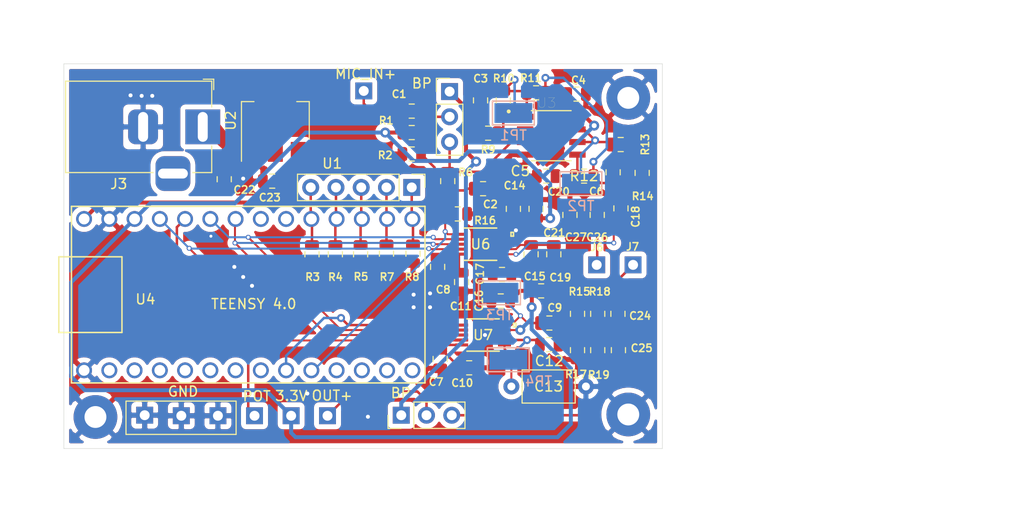
<source format=kicad_pcb>
(kicad_pcb (version 20171130) (host pcbnew "(5.1.6)-1")
  (layers (0 F.Cu signal) (31 B.Cu signal) (34 B.Paste user hide) (35 F.Paste user hide) (36 B.SilkS user) (37 F.SilkS user) (38 B.Mask user hide) (39 F.Mask user hide) (44 Edge.Cuts user))
  (net 0 "")
  (net 1 "Net-(C1-Pad1)")
  (net 2 "Net-(C1-Pad2)")
  (net 3 "Net-(C2-Pad1)")
  (net 4 GND)
  (net 5 "Net-(C3-Pad1)")
  (net 6 3.3V)
  (net 7 "Net-(C5-Pad1)")
  (net 8 "Net-(C6-Pad2)")
  (net 9 /FILT_OUT)
  (net 10 "Net-(C10-Pad1)")
  (net 11 "Net-(C11-Pad1)")
  (net 12 "Net-(C12-Pad1)")
  (net 13 "Net-(C12-Pad2)")
  (net 14 "Net-(C13-Pad1)")
  (net 15 "Net-(C15-Pad2)")
  (net 16 "Net-(C17-Pad1)")
  (net 17 ADC_IN)
  (net 18 /AMP_IN)
  (net 19 BYPASS)
  (net 20 "Net-(J11-Pad1)")
  (net 21 "Net-(J9-Pad1)")
  (net 22 "Net-(R3-Pad1)")
  (net 23 "Net-(R4-Pad1)")
  (net 24 "Net-(R5-Pad1)")
  (net 25 "Net-(R7-Pad1)")
  (net 26 "Net-(R8-Pad1)")
  (net 27 "Net-(R10-Pad2)")
  (net 28 /FILT_IN)
  (net 29 SDOUT)
  (net 30 5V)
  (net 31 LRCK)
  (net 32 SCLK)
  (net 33 MCLK)
  (net 34 SDIN)
  (net 35 /+9V)
  (net 36 "Net-(C9-Pad1)")
  (net 37 "Net-(C9-Pad2)")
  (net 38 "Net-(C24-Pad1)")
  (net 39 "Net-(C25-Pad1)")
  (net 40 "Net-(C26-Pad1)")
  (net 41 "Net-(C26-Pad2)")
  (module Custom_Connectors:PinHeader_2.54mm_1x01_P2.54mm (layer F.Cu) (at 117.094 102.108 90)
    (fp_text reference J12 hide)
    (fp_text value Conn_01x01)
    (pad 1 thru_hole rect (at 0 0 90) (size 1.7 1.7) (drill 1) (layers *.Cu *.Mask) (net 4 GND))
  )
  (module Custom_Connectors:PinHeader_2.54mm_1x01_P2.54mm (layer F.Cu) (at 128.1176 102.108)
    (fp_text reference J11 hide)
    (fp_text value Conn_01x01)
    (pad 1 thru_hole rect (at 0 0) (size 1.7 1.7) (drill 1) (layers *.Cu *.Mask) (net 20 "Net-(J11-Pad1)"))
  )
  (module Custom_Connectors:PinHeader_2.54mm_1x01_P2.54mm (layer F.Cu) (at 109.728 102.052999 90)
    (fp_text reference J10 hide)
    (fp_text value Conn_01x01)
    (pad 1 thru_hole rect (at 0 0 90) (size 1.7 1.7) (drill 1) (layers *.Cu *.Mask) (net 4 GND))
  )
  (module Custom_Connectors:PinHeader_2.54mm_1x01_P2.54mm (layer F.Cu) (at 120.777 102.108)
    (fp_text reference J9 hide)
    (fp_text value Conn_01x01)
    (pad 1 thru_hole rect (at 0 0) (size 1.7 1.7) (drill 1) (layers *.Cu *.Mask) (net 21 "Net-(J9-Pad1)"))
  )
  (module Custom_Connectors:PinHeader_2.54mm_1x01_P2.54mm (layer F.Cu) (at 124.46 102.108)
    (fp_text reference J8 hide)
    (fp_text value Conn_01x01)
    (pad 1 thru_hole rect (at 0 0) (size 1.7 1.7) (drill 1) (layers *.Cu *.Mask) (net 6 3.3V))
  )
  (module Custom_Connectors:PinHeader_2.54mm_1x01_P2.54mm (layer F.Cu) (at 158.8516 86.9188)
    (fp_text reference J7 (at -0.0508 -1.8288) (layer F.SilkS) (effects (font (size 0.75 0.75))))
    (fp_text value Conn_01x01)
    (pad 1 thru_hole rect (at 0 0) (size 1.7 1.7) (drill 1) (layers *.Cu *.Mask) (net 38 "Net-(C24-Pad1)"))
  )
  (module Custom_Connectors:PinHeader_2.54mm_1x01_P2.54mm (layer F.Cu) (at 155.194 86.9188)
    (fp_text reference J6 (at 0.0254 -1.778) (layer F.SilkS) (effects (font (size 0.75 0.75))))
    (fp_text value Conn_01x01)
    (pad 1 thru_hole rect (at 0 0) (size 1.7 1.7) (drill 1) (layers *.Cu *.Mask) (net 40 "Net-(C26-Pad1)"))
  )
  (module Capacitor_THT:C_Axial_L5.1mm_D3.1mm_P7.50mm_Horizontal (layer F.Cu) (at 146.6088 99.1616)
    (fp_text reference C13 (at 3.75 0) (layer F.SilkS))
    (fp_text value 10u)
    (pad 2 thru_hole oval (at 7.5 0) (size 1.6 1.6) (drill 0.8) (layers *.Cu *.Mask) (net 4 GND))
    (pad 1 thru_hole circle (at 0 0) (size 1.6 1.6) (drill 0.8) (layers *.Cu *.Mask) (net 14 "Net-(C13-Pad1)"))
  )
  (module Capacitor_SMD:C_0805_2012Metric (layer F.Cu) (at 136.5885 71.4375 180)
    (fp_text reference C1 (at 1.27 1.7145) (layer F.SilkS) (effects (font (size 0.75 0.75))))
    (fp_text value 22n)
    (pad 1 smd roundrect (at -0.9375 0 180) (size 0.975 1.4) (layers F.Cu F.Paste F.Mask) (net 1 "Net-(C1-Pad1)"))
    (pad 2 smd roundrect (at 0.9375 0 180) (size 0.975 1.4) (layers F.Cu F.Paste F.Mask) (net 2 "Net-(C1-Pad2)"))
  )
  (module Capacitor_SMD:C_0805_2012Metric (layer F.Cu) (at 143.764 79.248)
    (fp_text reference C2 (at 0.7366 1.5748) (layer F.SilkS) (effects (font (size 0.75 0.75))))
    (fp_text value 4.7n)
    (pad 1 smd roundrect (at -0.9375 0) (size 0.975 1.4) (layers F.Cu F.Paste F.Mask) (net 3 "Net-(C2-Pad1)"))
    (pad 2 smd roundrect (at 0.9375 0) (size 0.975 1.4) (layers F.Cu F.Paste F.Mask) (net 4 GND))
  )
  (module Capacitor_SMD:C_0805_2012Metric (layer F.Cu) (at 143.51 70.358 90)
    (fp_text reference C3 (at 2.1971 0.0127 180) (layer F.SilkS) (effects (font (size 0.75 0.75))))
    (fp_text value 4.7u)
    (pad 2 smd roundrect (at 0.9375 0 90) (size 0.975 1.4) (layers F.Cu F.Paste F.Mask) (net 4 GND))
    (pad 1 smd roundrect (at -0.9375 0 90) (size 0.975 1.4) (layers F.Cu F.Paste F.Mask) (net 5 "Net-(C3-Pad1)"))
  )
  (module Capacitor_SMD:C_0805_2012Metric (layer F.Cu) (at 153.162 69.723 180)
    (fp_text reference C4 (at -0.2032 1.397) (layer F.SilkS) (effects (font (size 0.75 0.75))))
    (fp_text value 0.1u)
    (pad 1 smd roundrect (at -0.9375 0 180) (size 0.975 1.4) (layers F.Cu F.Paste F.Mask) (net 4 GND))
    (pad 2 smd roundrect (at 0.9375 0 180) (size 0.975 1.4) (layers F.Cu F.Paste F.Mask) (net 6 3.3V))
  )
  (module Capacitor_SMD:C_0805_2012Metric (layer F.Cu) (at 150.114 77.978 180)
    (fp_text reference C5 (at 2.6035 0.508) (layer F.SilkS))
    (fp_text value 680p)
    (pad 1 smd roundrect (at -0.9375 0 180) (size 0.975 1.4) (layers F.Cu F.Paste F.Mask) (net 7 "Net-(C5-Pad1)"))
    (pad 2 smd roundrect (at 0.9375 0 180) (size 0.975 1.4) (layers F.Cu F.Paste F.Mask) (net 4 GND))
  )
  (module Capacitor_SMD:C_0805_2012Metric (layer F.Cu) (at 156.845 77.597 270)
    (fp_text reference C6 (at 1.9304 1.6764 180) (layer F.SilkS) (effects (font (size 0.75 0.75))))
    (fp_text value 1.5n)
    (pad 2 smd roundrect (at 0.9375 0 270) (size 0.975 1.4) (layers F.Cu F.Paste F.Mask) (net 8 "Net-(C6-Pad2)"))
    (pad 1 smd roundrect (at -0.9375 0 270) (size 0.975 1.4) (layers F.Cu F.Paste F.Mask) (net 9 /FILT_OUT))
  )
  (module Capacitor_SMD:C_0805_2012Metric (layer F.Cu) (at 139.446 96.393 270)
    (fp_text reference C7 (at 2.3114 0.4064 180) (layer F.SilkS) (effects (font (size 0.75 0.75))))
    (fp_text value 3.3u)
    (pad 2 smd roundrect (at 0.9375 0 270) (size 0.975 1.4) (layers F.Cu F.Paste F.Mask) (net 4 GND))
    (pad 1 smd roundrect (at -0.9375 0 270) (size 0.975 1.4) (layers F.Cu F.Paste F.Mask) (net 10 "Net-(C10-Pad1)"))
  )
  (module Capacitor_SMD:C_0805_2012Metric (layer F.Cu) (at 139.192 87.122 270)
    (fp_text reference C8 (at 2.286 -0.5588 180) (layer F.SilkS) (effects (font (size 0.75 0.75))))
    (fp_text value 1u)
    (pad 2 smd roundrect (at 0.9375 0 270) (size 0.975 1.4) (layers F.Cu F.Paste F.Mask) (net 4 GND))
    (pad 1 smd roundrect (at -0.9375 0 270) (size 0.975 1.4) (layers F.Cu F.Paste F.Mask) (net 11 "Net-(C11-Pad1)"))
  )
  (module Capacitor_SMD:C_0805_2012Metric (layer F.Cu) (at 142.367 97.282)
    (fp_text reference C10 (at -0.6985 1.524) (layer F.SilkS) (effects (font (size 0.75 0.75))))
    (fp_text value 0.1u)
    (pad 1 smd roundrect (at -0.9375 0) (size 0.975 1.4) (layers F.Cu F.Paste F.Mask) (net 10 "Net-(C10-Pad1)"))
    (pad 2 smd roundrect (at 0.9375 0) (size 0.975 1.4) (layers F.Cu F.Paste F.Mask) (net 4 GND))
  )
  (module Capacitor_SMD:C_0805_2012Metric (layer F.Cu) (at 141.605 88.646 270)
    (fp_text reference C11 (at 2.4384 0.0762 180) (layer F.SilkS) (effects (font (size 0.75 0.75))))
    (fp_text value 0.1u)
    (pad 2 smd roundrect (at 0.9375 0 270) (size 0.975 1.4) (layers F.Cu F.Paste F.Mask) (net 4 GND))
    (pad 1 smd roundrect (at -0.9375 0 270) (size 0.975 1.4) (layers F.Cu F.Paste F.Mask) (net 11 "Net-(C11-Pad1)"))
  )
  (module Capacitor_SMD:C_0805_2012Metric (layer F.Cu) (at 146.812 81.28 90)
    (fp_text reference C14 (at 2.3495 0.127 180) (layer F.SilkS) (effects (font (size 0.75 0.75))))
    (fp_text value 0.1u)
    (pad 2 smd roundrect (at 0.9375 0 90) (size 0.975 1.4) (layers F.Cu F.Paste F.Mask) (net 4 GND))
    (pad 1 smd roundrect (at -0.9375 0 90) (size 0.975 1.4) (layers F.Cu F.Paste F.Mask) (net 6 3.3V))
  )
  (module Capacitor_SMD:C_0805_2012Metric (layer F.Cu) (at 148.59 85.852 90)
    (fp_text reference C15 (at -2.2225 0.381 180) (layer F.SilkS) (effects (font (size 0.75 0.75))))
    (fp_text value 0.1u)
    (pad 1 smd roundrect (at -0.9375 0 90) (size 0.975 1.4) (layers F.Cu F.Paste F.Mask) (net 4 GND))
    (pad 2 smd roundrect (at 0.9375 0 90) (size 0.975 1.4) (layers F.Cu F.Paste F.Mask) (net 15 "Net-(C15-Pad2)"))
  )
  (module Capacitor_SMD:C_0805_2012Metric (layer F.Cu) (at 145.542 90.551 180)
    (fp_text reference C16 (at 2.1844 0.0254 90) (layer F.SilkS) (effects (font (size 0.75 0.75))))
    (fp_text value 0.1u)
    (pad 1 smd roundrect (at -0.9375 0 180) (size 0.975 1.4) (layers F.Cu F.Paste F.Mask) (net 6 3.3V))
    (pad 2 smd roundrect (at 0.9375 0 180) (size 0.975 1.4) (layers F.Cu F.Paste F.Mask) (net 4 GND))
  )
  (module Capacitor_SMD:C_0805_2012Metric (layer F.Cu) (at 145.669 87.884)
    (fp_text reference C17 (at -2.2098 -0.0508 90) (layer F.SilkS) (effects (font (size 0.75 0.75))))
    (fp_text value 180p)
    (pad 1 smd roundrect (at -0.9375 0) (size 0.975 1.4) (layers F.Cu F.Paste F.Mask) (net 16 "Net-(C17-Pad1)"))
    (pad 2 smd roundrect (at 0.9375 0) (size 0.975 1.4) (layers F.Cu F.Paste F.Mask) (net 4 GND))
  )
  (module Capacitor_SMD:C_0805_2012Metric (layer F.Cu) (at 157.6324 81.2292 270)
    (fp_text reference C18 (at 0.8382 -1.4732 90) (layer F.SilkS) (effects (font (size 0.75 0.75))))
    (fp_text value 1u)
    (pad 2 smd roundrect (at 0.9375 0 270) (size 0.975 1.4) (layers F.Cu F.Paste F.Mask) (net 16 "Net-(C17-Pad1)"))
    (pad 1 smd roundrect (at -0.9375 0 270) (size 0.975 1.4) (layers F.Cu F.Paste F.Mask) (net 17 ADC_IN))
  )
  (module Capacitor_SMD:C_0805_2012Metric (layer F.Cu) (at 149.606 89.535)
    (fp_text reference C19 (at 1.9304 -1.3462 180) (layer F.SilkS) (effects (font (size 0.75 0.75))))
    (fp_text value 1u)
    (pad 2 smd roundrect (at 0.9375 0) (size 0.975 1.4) (layers F.Cu F.Paste F.Mask) (net 4 GND))
    (pad 1 smd roundrect (at -0.9375 0) (size 0.975 1.4) (layers F.Cu F.Paste F.Mask) (net 6 3.3V))
  )
  (module Capacitor_SMD:C_0805_2012Metric (layer F.Cu) (at 149.098 81.28 90)
    (fp_text reference C20 (at 1.7272 2.286 180) (layer F.SilkS) (effects (font (size 0.75 0.75))))
    (fp_text value 1u)
    (pad 2 smd roundrect (at 0.9375 0 90) (size 0.975 1.4) (layers F.Cu F.Paste F.Mask) (net 4 GND))
    (pad 1 smd roundrect (at -0.9375 0 90) (size 0.975 1.4) (layers F.Cu F.Paste F.Mask) (net 6 3.3V))
  )
  (module Capacitor_SMD:C_0805_2012Metric (layer F.Cu) (at 150.876 85.852 90)
    (fp_text reference C21 (at 2.159 0.0508 180) (layer F.SilkS) (effects (font (size 0.75 0.75))))
    (fp_text value 1u)
    (pad 2 smd roundrect (at 0.9375 0 90) (size 0.975 1.4) (layers F.Cu F.Paste F.Mask) (net 15 "Net-(C15-Pad2)"))
    (pad 1 smd roundrect (at -0.9375 0 90) (size 0.975 1.4) (layers F.Cu F.Paste F.Mask) (net 4 GND))
  )
  (module Resistor_SMD:R_0805_2012Metric (layer F.Cu) (at 136.5885 73.5965)
    (fp_text reference R1 (at -2.5654 -1.2065) (layer F.SilkS) (effects (font (size 0.75 0.75))))
    (fp_text value 50K)
    (pad 1 smd roundrect (at -0.9375 0) (size 0.975 1.4) (layers F.Cu F.Paste F.Mask) (net 6 3.3V))
    (pad 2 smd roundrect (at 0.9375 0) (size 0.975 1.4) (layers F.Cu F.Paste F.Mask) (net 3 "Net-(C2-Pad1)"))
  )
  (module Resistor_SMD:R_0805_2012Metric (layer F.Cu) (at 136.5885 75.7555 180)
    (fp_text reference R2 (at 2.667 -0.127) (layer F.SilkS) (effects (font (size 0.75 0.75))))
    (fp_text value 50K)
    (pad 1 smd roundrect (at -0.9375 0 180) (size 0.975 1.4) (layers F.Cu F.Paste F.Mask) (net 3 "Net-(C2-Pad1)"))
    (pad 2 smd roundrect (at 0.9375 0 180) (size 0.975 1.4) (layers F.Cu F.Paste F.Mask) (net 4 GND))
  )
  (module Resistor_SMD:R_0805_2012Metric (layer F.Cu) (at 126.5555 85.852 270)
    (fp_text reference R3 (at 2.286 -0.0635 180) (layer F.SilkS) (effects (font (size 0.75 0.75))))
    (fp_text value 10K)
    (pad 2 smd roundrect (at 0.9375 0 270) (size 0.975 1.4) (layers F.Cu F.Paste F.Mask) (net 4 GND))
    (pad 1 smd roundrect (at -0.9375 0 270) (size 0.975 1.4) (layers F.Cu F.Paste F.Mask) (net 22 "Net-(R3-Pad1)"))
  )
  (module Resistor_SMD:R_0805_2012Metric (layer F.Cu) (at 128.905 85.852 270)
    (fp_text reference R4 (at 2.2987 -0.0127 180) (layer F.SilkS) (effects (font (size 0.75 0.75))))
    (fp_text value 10K)
    (pad 1 smd roundrect (at -0.9375 0 270) (size 0.975 1.4) (layers F.Cu F.Paste F.Mask) (net 23 "Net-(R4-Pad1)"))
    (pad 2 smd roundrect (at 0.9375 0 270) (size 0.975 1.4) (layers F.Cu F.Paste F.Mask) (net 4 GND))
  )
  (module Resistor_SMD:R_0805_2012Metric (layer F.Cu) (at 131.445 85.852 270)
    (fp_text reference R5 (at 2.2606 -0.0381 180) (layer F.SilkS) (effects (font (size 0.75 0.75))))
    (fp_text value 10K)
    (pad 2 smd roundrect (at 0.9375 0 270) (size 0.975 1.4) (layers F.Cu F.Paste F.Mask) (net 4 GND))
    (pad 1 smd roundrect (at -0.9375 0 270) (size 0.975 1.4) (layers F.Cu F.Paste F.Mask) (net 24 "Net-(R5-Pad1)"))
  )
  (module Resistor_SMD:R_0805_2012Metric (layer F.Cu) (at 140.208 78.486 270)
    (fp_text reference R6 (at -0.889 -1.8034 180) (layer F.SilkS) (effects (font (size 0.75 0.75))))
    (fp_text value 100K)
    (pad 2 smd roundrect (at 0.9375 0 270) (size 0.975 1.4) (layers F.Cu F.Paste F.Mask) (net 3 "Net-(C2-Pad1)"))
    (pad 1 smd roundrect (at -0.9375 0 270) (size 0.975 1.4) (layers F.Cu F.Paste F.Mask) (net 18 /AMP_IN))
  )
  (module Resistor_SMD:R_0805_2012Metric (layer F.Cu) (at 134.0485 85.7885 270)
    (fp_text reference R7 (at 2.3495 -0.0508 180) (layer F.SilkS) (effects (font (size 0.75 0.75))))
    (fp_text value 10K)
    (pad 1 smd roundrect (at -0.9375 0 270) (size 0.975 1.4) (layers F.Cu F.Paste F.Mask) (net 25 "Net-(R7-Pad1)"))
    (pad 2 smd roundrect (at 0.9375 0 270) (size 0.975 1.4) (layers F.Cu F.Paste F.Mask) (net 4 GND))
  )
  (module Resistor_SMD:R_0805_2012Metric (layer F.Cu) (at 136.7155 85.7885 270)
    (fp_text reference R8 (at 2.3368 0.0889 180) (layer F.SilkS) (effects (font (size 0.75 0.75))))
    (fp_text value 10K)
    (pad 2 smd roundrect (at 0.9375 0 270) (size 0.975 1.4) (layers F.Cu F.Paste F.Mask) (net 4 GND))
    (pad 1 smd roundrect (at -0.9375 0 270) (size 0.975 1.4) (layers F.Cu F.Paste F.Mask) (net 26 "Net-(R8-Pad1)"))
  )
  (module Resistor_SMD:R_0805_2012Metric (layer F.Cu) (at 144.272 73.66 180)
    (fp_text reference R9 (at 0 -1.65) (layer F.SilkS) (effects (font (size 0.75 0.75))))
    (fp_text value 1K)
    (pad 1 smd roundrect (at -0.9375 0 180) (size 0.975 1.4) (layers F.Cu F.Paste F.Mask) (net 27 "Net-(R10-Pad2)"))
    (pad 2 smd roundrect (at 0.9375 0 180) (size 0.975 1.4) (layers F.Cu F.Paste F.Mask) (net 5 "Net-(C3-Pad1)"))
  )
  (module Resistor_SMD:R_0805_2012Metric (layer F.Cu) (at 145.796 70.358 270)
    (fp_text reference R10 (at -2.2098 -0.0508 180) (layer F.SilkS) (effects (font (size 0.75 0.75))))
    (fp_text value 11K)
    (pad 2 smd roundrect (at 0.9375 0 270) (size 0.975 1.4) (layers F.Cu F.Paste F.Mask) (net 27 "Net-(R10-Pad2)"))
    (pad 1 smd roundrect (at -0.9375 0 270) (size 0.975 1.4) (layers F.Cu F.Paste F.Mask) (net 28 /FILT_IN))
  )
  (module Resistor_SMD:R_0805_2012Metric (layer F.Cu) (at 149.098 69.596 180)
    (fp_text reference R11 (at 0.5207 1.4859) (layer F.SilkS) (effects (font (size 0.75 0.75))))
    (fp_text value 7.68K)
    (pad 1 smd roundrect (at -0.9375 0 180) (size 0.975 1.4) (layers F.Cu F.Paste F.Mask) (net 8 "Net-(C6-Pad2)"))
    (pad 2 smd roundrect (at 0.9375 0 180) (size 0.975 1.4) (layers F.Cu F.Paste F.Mask) (net 28 /FILT_IN))
  )
  (module Resistor_SMD:R_0805_2012Metric (layer F.Cu) (at 153.924 77.978 180)
    (fp_text reference R12 (at 0 0) (layer F.SilkS))
    (fp_text value 14.3K)
    (pad 1 smd roundrect (at -0.9375 0 180) (size 0.975 1.4) (layers F.Cu F.Paste F.Mask) (net 8 "Net-(C6-Pad2)"))
    (pad 2 smd roundrect (at 0.9375 0 180) (size 0.975 1.4) (layers F.Cu F.Paste F.Mask) (net 7 "Net-(C5-Pad1)"))
  )
  (module Resistor_SMD:R_0805_2012Metric (layer F.Cu) (at 157.607 74.803 180)
    (fp_text reference R13 (at -2.4638 0 90) (layer F.SilkS) (effects (font (size 0.75 0.75))))
    (fp_text value 0)
    (pad 1 smd roundrect (at -0.9375 0 180) (size 0.975 1.4) (layers F.Cu F.Paste F.Mask) (net 17 ADC_IN))
    (pad 2 smd roundrect (at 0.9375 0 180) (size 0.975 1.4) (layers F.Cu F.Paste F.Mask) (net 9 /FILT_OUT))
  )
  (module Resistor_SMD:R_0805_2012Metric (layer F.Cu) (at 159.766 77.6605 90)
    (fp_text reference R14 (at -2.3495 0.0508 180) (layer F.SilkS) (effects (font (size 0.75 0.75))))
    (fp_text value INF)
    (pad 1 smd roundrect (at -0.9375 0 90) (size 0.975 1.4) (layers F.Cu F.Paste F.Mask) (net 4 GND))
    (pad 2 smd roundrect (at 0.9375 0 90) (size 0.975 1.4) (layers F.Cu F.Paste F.Mask) (net 17 ADC_IN))
  )
  (module Resistor_SMD:R_0805_2012Metric (layer F.Cu) (at 141.224 81.788)
    (fp_text reference R16 (at 2.7432 0.6604) (layer F.SilkS) (effects (font (size 0.75 0.75))))
    (fp_text value 10K)
    (pad 2 smd roundrect (at 0.9375 0) (size 0.975 1.4) (layers F.Cu F.Paste F.Mask) (net 4 GND))
    (pad 1 smd roundrect (at -0.9375 0) (size 0.975 1.4) (layers F.Cu F.Paste F.Mask) (net 29 SDOUT))
  )
  (module CS5343CZZ:CS5343-CZZ (layer F.Cu) (at 143.51 84.836)
    (fp_text reference U6 (at 0 0) (layer F.SilkS))
    (fp_text value CS5343-CZZ hide)
    (pad 1 smd rect (at -2.15265 -1.000001) (size 1.3081 0.3048) (layers F.Cu F.Paste F.Mask) (net 29 SDOUT))
    (pad 2 smd rect (at -2.15265 -0.499999) (size 1.3081 0.3048) (layers F.Cu F.Paste F.Mask) (net 32 SCLK))
    (pad 3 smd rect (at -2.15265 0) (size 1.3081 0.3048) (layers F.Cu F.Paste F.Mask) (net 31 LRCK))
    (pad 4 smd rect (at -2.15265 0.499999) (size 1.3081 0.3048) (layers F.Cu F.Paste F.Mask) (net 33 MCLK))
    (pad 5 smd rect (at -2.15265 1.000001) (size 1.3081 0.3048) (layers F.Cu F.Paste F.Mask) (net 11 "Net-(C11-Pad1)"))
    (pad 6 smd rect (at 2.15265 1.000001) (size 1.3081 0.3048) (layers F.Cu F.Paste F.Mask) (net 16 "Net-(C17-Pad1)"))
    (pad 7 smd rect (at 2.15265 0.499999) (size 1.3081 0.3048) (layers F.Cu F.Paste F.Mask) (net 15 "Net-(C15-Pad2)"))
    (pad 8 smd rect (at 2.15265 0) (size 1.3081 0.3048) (layers F.Cu F.Paste F.Mask) (net 41 "Net-(C26-Pad2)"))
    (pad 9 smd rect (at 2.15265 -0.499999) (size 1.3081 0.3048) (layers F.Cu F.Paste F.Mask) (net 4 GND) (clearance 0.1))
    (pad 10 smd rect (at 2.15265 -1.000001) (size 1.3081 0.3048) (layers F.Cu F.Paste F.Mask) (net 6 3.3V) (clearance 0.1))
  )
  (module CS4344CZZ:CS4344-CZZ (layer F.Cu) (at 143.764 93.98)
    (fp_text reference U7 (at 0 0) (layer F.SilkS))
    (fp_text value CS4344-CZZ hide)
    (pad 1 smd rect (at -2.15265 -1.000001) (size 1.3081 0.3048) (layers F.Cu F.Paste F.Mask) (net 34 SDIN))
    (pad 2 smd rect (at -2.15265 -0.499999) (size 1.3081 0.3048) (layers F.Cu F.Paste F.Mask) (net 32 SCLK))
    (pad 3 smd rect (at -2.15265 0) (size 1.3081 0.3048) (layers F.Cu F.Paste F.Mask) (net 31 LRCK))
    (pad 4 smd rect (at -2.15265 0.499999) (size 1.3081 0.3048) (layers F.Cu F.Paste F.Mask) (net 33 MCLK))
    (pad 5 smd rect (at -2.15265 1.000001) (size 1.3081 0.3048) (layers F.Cu F.Paste F.Mask) (net 10 "Net-(C10-Pad1)"))
    (pad 6 smd rect (at 2.15265 1.000001) (size 1.3081 0.3048) (layers F.Cu F.Paste F.Mask) (net 14 "Net-(C13-Pad1)"))
    (pad 7 smd rect (at 2.15265 0.499999) (size 1.3081 0.3048) (layers F.Cu F.Paste F.Mask) (net 13 "Net-(C12-Pad2)"))
    (pad 8 smd rect (at 2.15265 0) (size 1.3081 0.3048) (layers F.Cu F.Paste F.Mask) (net 4 GND) (clearance 0.1))
    (pad 9 smd rect (at 2.15265 -0.499999) (size 1.3081 0.3048) (layers F.Cu F.Paste F.Mask) (net 6 3.3V) (clearance 0.1))
    (pad 10 smd rect (at 2.15265 -1.000001) (size 1.3081 0.3048) (layers F.Cu F.Paste F.Mask) (net 37 "Net-(C9-Pad2)"))
  )
  (module MCP6272-E_SN:SOIC127P600X175-8N (layer F.Cu) (at 150.622 73.914)
    (fp_text reference U3 (at -0.475 -3.312) (layer F.SilkS) (effects (font (thickness 0.015))))
    (fp_text value MCP6272)
    (pad 1 smd rect (at -2.63 -1.905) (size 1.65 0.61) (layers F.Cu F.Paste F.Mask) (net 28 /FILT_IN))
    (pad 2 smd rect (at -2.63 -0.635) (size 1.65 0.61) (layers F.Cu F.Paste F.Mask) (net 27 "Net-(R10-Pad2)"))
    (pad 3 smd rect (at -2.63 0.635) (size 1.65 0.61) (layers F.Cu F.Paste F.Mask) (net 18 /AMP_IN))
    (pad 4 smd rect (at -2.63 1.905) (size 1.65 0.61) (layers F.Cu F.Paste F.Mask) (net 4 GND))
    (pad 5 smd rect (at 2.63 1.905) (size 1.65 0.61) (layers F.Cu F.Paste F.Mask) (net 7 "Net-(C5-Pad1)"))
    (pad 6 smd rect (at 2.63 0.635) (size 1.65 0.61) (layers F.Cu F.Paste F.Mask) (net 9 /FILT_OUT))
    (pad 7 smd rect (at 2.63 -0.635) (size 1.65 0.61) (layers F.Cu F.Paste F.Mask) (net 9 /FILT_OUT))
    (pad 8 smd rect (at 2.63 -1.905) (size 1.65 0.61) (layers F.Cu F.Paste F.Mask) (net 6 3.3V))
  )
  (module MountingHole:MountingHole_2.2mm_M2_Pad (layer F.Cu) (at 158.369 70.104)
    (fp_text reference H1 hide)
    (fp_text value MountingHole_Pad)
    (pad 1 thru_hole circle (at 0 0) (size 4.4 4.4) (drill 2.2) (layers *.Cu *.Mask) (net 4 GND))
  )
  (module MountingHole:MountingHole_2.2mm_M2_Pad (layer F.Cu) (at 158.369 101.981)
    (fp_text reference H2 hide)
    (fp_text value MountingHole_Pad)
    (pad 1 thru_hole circle (at 0 0) (size 4.4 4.4) (drill 2.2) (layers *.Cu *.Mask) (net 4 GND))
  )
  (module MountingHole:MountingHole_2.2mm_M2_Pad (layer F.Cu) (at 104.775 102.235)
    (fp_text reference H3 hide)
    (fp_text value MountingHole_Pad)
    (pad 1 thru_hole circle (at 0 0) (size 4.4 4.4) (drill 2.2) (layers *.Cu *.Mask) (net 4 GND))
  )
  (module Connector_BarrelJack:BarrelJack_Horizontal (layer F.Cu) (at 115.57 73.025)
    (fp_text reference J3 (at -8.45 5.75) (layer F.SilkS))
    (fp_text value Barrel_Jack_MountingPin)
    (pad 1 thru_hole rect (at 0 0) (size 3.5 3.5) (drill oval 1 3) (layers *.Cu *.Mask) (net 35 /+9V))
    (pad 2 thru_hole roundrect (at -6 0) (size 3 3.5) (drill oval 1 3) (layers *.Cu *.Mask) (net 4 GND))
    (pad 3 thru_hole roundrect (at -3 4.7) (size 3.5 3.5) (drill oval 3 1) (layers *.Cu *.Mask))
  )
  (module Capacitor_SMD:C_0805_2012Metric (layer F.Cu) (at 117.729 78.2955 270)
    (fp_text reference C22 (at 1.0668 -2.032 180) (layer F.SilkS) (effects (font (size 0.75 0.75))))
    (fp_text value 0.33u)
    (pad 1 smd roundrect (at -0.9375 0 270) (size 0.975 1.4) (layers F.Cu F.Paste F.Mask) (net 35 /+9V))
    (pad 2 smd roundrect (at 0.9375 0 270) (size 0.975 1.4) (layers F.Cu F.Paste F.Mask) (net 4 GND))
  )
  (module Capacitor_SMD:C_0805_2012Metric (layer F.Cu) (at 122.555 78.486 180)
    (fp_text reference C23 (at 0.2413 -1.651) (layer F.SilkS) (effects (font (size 0.75 0.75))))
    (fp_text value 0.1u)
    (pad 2 smd roundrect (at 0.9375 0 180) (size 0.975 1.4) (layers F.Cu F.Paste F.Mask) (net 4 GND))
    (pad 1 smd roundrect (at -0.9375 0 180) (size 0.975 1.4) (layers F.Cu F.Paste F.Mask) (net 30 5V))
  )
  (module Package_TO_SOT_SMD:SOT-223 (layer F.Cu) (at 122.8725 72.39 90)
    (fp_text reference U2 (at 0 -4.5 90) (layer F.SilkS))
    (fp_text value UA78M05IDCYR)
    (pad 4 smd rect (at 3.15 0 90) (size 2 3.8) (layers F.Cu F.Paste F.Mask))
    (pad 2 smd rect (at -3.15 0 90) (size 2 1.5) (layers F.Cu F.Paste F.Mask) (net 4 GND))
    (pad 3 smd rect (at -3.15 2.3 90) (size 2 1.5) (layers F.Cu F.Paste F.Mask) (net 30 5V))
    (pad 1 smd rect (at -3.15 -2.3 90) (size 2 1.5) (layers F.Cu F.Paste F.Mask) (net 35 /+9V))
  )
  (module teensy:Teensy40_HAT (layer F.Cu) (at 120.142 89.916)
    (fp_text reference U4 (at -10.3378 0.4699) (layer F.SilkS))
    (fp_text value Teensy4.0)
    (pad 30 thru_hole circle (at -8.89 -7.62) (size 1.6 1.6) (drill 1.1) (layers *.Cu *.Mask) (net 33 MCLK))
    (pad 14 thru_hole circle (at 16.51 7.62) (size 1.6 1.6) (drill 1.1) (layers *.Cu *.Mask))
    (pad 8 thru_hole circle (at 1.27 7.62) (size 1.6 1.6) (drill 1.1) (layers *.Cu *.Mask))
    (pad 33 thru_hole circle (at -16.51 -7.62) (size 1.6 1.6) (drill 1.1) (layers *.Cu *.Mask) (net 30 5V))
    (pad 22 thru_hole circle (at 11.43 -7.62) (size 1.6 1.6) (drill 1.1) (layers *.Cu *.Mask) (net 24 "Net-(R5-Pad1)"))
    (pad 7 thru_hole circle (at -1.27 7.62) (size 1.6 1.6) (drill 1.1) (layers *.Cu *.Mask))
    (pad 5 thru_hole circle (at -6.35 7.62) (size 1.6 1.6) (drill 1.1) (layers *.Cu *.Mask))
    (pad 28 thru_hole circle (at -3.81 -7.62) (size 1.6 1.6) (drill 1.1) (layers *.Cu *.Mask) (net 32 SCLK))
    (pad 32 thru_hole circle (at -13.97 -7.62) (size 1.6 1.6) (drill 1.1) (layers *.Cu *.Mask) (net 4 GND))
    (pad 12 thru_hole circle (at 11.43 7.62) (size 1.6 1.6) (drill 1.1) (layers *.Cu *.Mask))
    (pad 4 thru_hole circle (at -8.89 7.62) (size 1.6 1.6) (drill 1.1) (layers *.Cu *.Mask))
    (pad 6 thru_hole circle (at -3.81 7.62) (size 1.6 1.6) (drill 1.1) (layers *.Cu *.Mask))
    (pad 21 thru_hole circle (at 13.97 -7.62) (size 1.6 1.6) (drill 1.1) (layers *.Cu *.Mask) (net 25 "Net-(R7-Pad1)"))
    (pad 1 thru_hole circle (at -16.51 7.62) (size 1.6 1.6) (drill 1.1) (layers *.Cu *.Mask) (net 4 GND))
    (pad 2 thru_hole circle (at -13.97 7.62) (size 1.6 1.6) (drill 1.1) (layers *.Cu *.Mask))
    (pad 9 thru_hole circle (at 3.81 7.62) (size 1.6 1.6) (drill 1.1) (layers *.Cu *.Mask) (net 34 SDIN))
    (pad 26 thru_hole circle (at 1.27 -7.62) (size 1.6 1.6) (drill 1.1) (layers *.Cu *.Mask))
    (pad 20 thru_hole circle (at 16.51 -7.62) (size 1.6 1.6) (drill 1.1) (layers *.Cu *.Mask) (net 26 "Net-(R8-Pad1)"))
    (pad 10 thru_hole circle (at 6.35 7.62) (size 1.6 1.6) (drill 1.1) (layers *.Cu *.Mask) (net 29 SDOUT))
    (pad 11 thru_hole circle (at 8.89 7.62) (size 1.6 1.6) (drill 1.1) (layers *.Cu *.Mask))
    (pad 23 thru_hole circle (at 8.89 -7.62) (size 1.6 1.6) (drill 1.1) (layers *.Cu *.Mask) (net 23 "Net-(R4-Pad1)"))
    (pad 29 thru_hole circle (at -6.35 -7.62) (size 1.6 1.6) (drill 1.1) (layers *.Cu *.Mask) (net 21 "Net-(J9-Pad1)"))
    (pad 31 thru_hole circle (at -11.43 -7.62) (size 1.6 1.6) (drill 1.1) (layers *.Cu *.Mask) (net 6 3.3V))
    (pad 3 thru_hole circle (at -11.43 7.62) (size 1.6 1.6) (drill 1.1) (layers *.Cu *.Mask))
    (pad 27 thru_hole circle (at -1.27 -7.62) (size 1.6 1.6) (drill 1.1) (layers *.Cu *.Mask) (net 31 LRCK))
    (pad 13 thru_hole circle (at 13.97 7.62) (size 1.6 1.6) (drill 1.1) (layers *.Cu *.Mask))
    (pad 24 thru_hole circle (at 6.35 -7.62) (size 1.6 1.6) (drill 1.1) (layers *.Cu *.Mask) (net 22 "Net-(R3-Pad1)"))
    (pad 25 thru_hole circle (at 3.81 -7.62) (size 1.6 1.6) (drill 1.1) (layers *.Cu *.Mask))
  )
  (module Custom_Connectors:PinHeader_2.54mm_1x01_P2.54mm (layer F.Cu) (at 131.7625 69.4055)
    (fp_text reference J1 hide)
    (fp_text value Conn_01x01)
    (pad 1 thru_hole rect (at 0 0) (size 1.7 1.7) (drill 1) (layers *.Cu *.Mask) (net 2 "Net-(C1-Pad2)"))
  )
  (module Custom_Connectors:PinHeader_2.54mm_1x01_P2.54mm (layer F.Cu) (at 113.411 102.108 90)
    (fp_text reference J2 hide)
    (fp_text value Conn_01x01)
    (pad 1 thru_hole rect (at 0 0 90) (size 1.7 1.7) (drill 1) (layers *.Cu *.Mask) (net 4 GND))
  )
  (module Custom_Connectors:PinHeader_2.54mm_1x03_P2.54mm (layer F.Cu) (at 140.3985 69.469)
    (fp_text reference J4 hide)
    (fp_text value Conn_01x03)
    (pad 1 thru_hole rect (at 0 0) (size 1.7 1.7) (drill 1) (layers *.Cu *.Mask) (net 19 BYPASS))
    (pad 3 thru_hole oval (at 0 5.08) (size 1.7 1.7) (drill 1) (layers *.Cu *.Mask) (net 18 /AMP_IN))
    (pad 2 thru_hole oval (at 0 2.54) (size 1.7 1.7) (drill 1) (layers *.Cu *.Mask) (net 1 "Net-(C1-Pad1)"))
  )
  (module Custom_Connectors:PinHeader_2.54mm_1x03_P2.54mm (layer F.Cu) (at 135.5344 102.0572 90)
    (fp_text reference J5 hide)
    (fp_text value Conn_01x03)
    (pad 2 thru_hole oval (at 0 2.54 90) (size 1.7 1.7) (drill 1) (layers *.Cu *.Mask) (net 20 "Net-(J11-Pad1)"))
    (pad 3 thru_hole oval (at 0 5.08 90) (size 1.7 1.7) (drill 1) (layers *.Cu *.Mask) (net 39 "Net-(C25-Pad1)"))
    (pad 1 thru_hole rect (at 0 0 90) (size 1.7 1.7) (drill 1) (layers *.Cu *.Mask) (net 19 BYPASS))
  )
  (module Custom_Connectors:R20407RR02Q (layer F.Cu) (at 136.5885 79.121 270)
    (fp_text reference U1 (at -2.413 8.001 180) (layer F.SilkS))
    (fp_text value R20407RR02Q)
    (pad 2 thru_hole oval (at 0 5.08 270) (size 1.7 1.7) (drill 1) (layers *.Cu *.Mask) (net 24 "Net-(R5-Pad1)"))
    (pad 4 thru_hole oval (at 0 10.16 270) (size 1.7 1.7) (drill 1) (layers *.Cu *.Mask) (net 22 "Net-(R3-Pad1)"))
    (pad 3 thru_hole oval (at 0 7.62 270) (size 1.7 1.7) (drill 1) (layers *.Cu *.Mask) (net 23 "Net-(R4-Pad1)"))
    (pad 1 thru_hole oval (at 0 2.54 270) (size 1.7 1.7) (drill 1) (layers *.Cu *.Mask) (net 25 "Net-(R7-Pad1)"))
    (pad 10 thru_hole rect (at 0 0 270) (size 1.7 1.7) (drill 1) (layers *.Cu *.Mask) (net 26 "Net-(R8-Pad1)"))
  )
  (module Capacitor_SMD:C_0805_2012Metric (layer F.Cu) (at 150.4315 92.7735 180)
    (fp_text reference C9 (at -0.5461 1.5367) (layer F.SilkS) (effects (font (size 0.75 0.75))))
    (fp_text value 3.3u)
    (pad 1 smd roundrect (at -0.9375 0 180) (size 0.975 1.4) (layers F.Cu F.Paste F.Mask) (net 36 "Net-(C9-Pad1)"))
    (pad 2 smd roundrect (at 0.9375 0 180) (size 0.975 1.4) (layers F.Cu F.Paste F.Mask) (net 37 "Net-(C9-Pad2)"))
  )
  (module Capacitor_SMD:C_0805_2012Metric (layer F.Cu) (at 150.4188 94.9452 180)
    (fp_text reference C12 (at 0 -1.65) (layer F.SilkS))
    (fp_text value 3.3u)
    (pad 1 smd roundrect (at -0.9375 0 180) (size 0.975 1.4) (layers F.Cu F.Paste F.Mask) (net 12 "Net-(C12-Pad1)"))
    (pad 2 smd roundrect (at 0.9375 0 180) (size 0.975 1.4) (layers F.Cu F.Paste F.Mask) (net 13 "Net-(C12-Pad2)"))
  )
  (module Capacitor_SMD:C_0805_2012Metric (layer F.Cu) (at 157.3276 91.8464 270)
    (fp_text reference C24 (at 0.2032 -2.2352 180) (layer F.SilkS) (effects (font (size 0.75 0.75))))
    (fp_text value 3.9n)
    (pad 2 smd roundrect (at 0.9375 0 270) (size 0.975 1.4) (layers F.Cu F.Paste F.Mask) (net 4 GND))
    (pad 1 smd roundrect (at -0.9375 0 270) (size 0.975 1.4) (layers F.Cu F.Paste F.Mask) (net 38 "Net-(C24-Pad1)"))
  )
  (module Capacitor_SMD:C_0805_2012Metric (layer F.Cu) (at 157.3784 95.504 90)
    (fp_text reference C25 (at 0.2032 2.3368 180) (layer F.SilkS) (effects (font (size 0.75 0.75))))
    (fp_text value 3.9n)
    (pad 2 smd roundrect (at 0.9375 0 90) (size 0.975 1.4) (layers F.Cu F.Paste F.Mask) (net 4 GND))
    (pad 1 smd roundrect (at -0.9375 0 90) (size 0.975 1.4) (layers F.Cu F.Paste F.Mask) (net 39 "Net-(C25-Pad1)"))
  )
  (module Capacitor_SMD:C_0805_2012Metric (layer F.Cu) (at 155.2448 81.8896 90)
    (fp_text reference C26 (at -2.2352 0 180) (layer F.SilkS) (effects (font (size 0.75 0.75))))
    (fp_text value 1u)
    (pad 1 smd roundrect (at -0.9375 0 90) (size 0.975 1.4) (layers F.Cu F.Paste F.Mask) (net 40 "Net-(C26-Pad1)"))
    (pad 2 smd roundrect (at 0.9375 0 90) (size 0.975 1.4) (layers F.Cu F.Paste F.Mask) (net 41 "Net-(C26-Pad2)"))
  )
  (module Capacitor_SMD:C_0805_2012Metric (layer F.Cu) (at 152.5016 81.8896 90)
    (fp_text reference C27 (at -2.2352 0.6096 180) (layer F.SilkS) (effects (font (size 0.76 0.75))))
    (fp_text value 180p)
    (pad 2 smd roundrect (at 0.9375 0 90) (size 0.975 1.4) (layers F.Cu F.Paste F.Mask) (net 4 GND))
    (pad 1 smd roundrect (at -0.9375 0 90) (size 0.975 1.4) (layers F.Cu F.Paste F.Mask) (net 41 "Net-(C26-Pad2)"))
  )
  (module Resistor_SMD:R_0805_2012Metric (layer F.Cu) (at 153.2636 91.8464 90)
    (fp_text reference R15 (at 2.2352 0.2032 180) (layer F.SilkS) (effects (font (size 0.75 0.75))))
    (fp_text value 10K)
    (pad 2 smd roundrect (at 0.9375 0 90) (size 0.975 1.4) (layers F.Cu F.Paste F.Mask) (net 4 GND))
    (pad 1 smd roundrect (at -0.9375 0 90) (size 0.975 1.4) (layers F.Cu F.Paste F.Mask) (net 36 "Net-(C9-Pad1)"))
  )
  (module Resistor_SMD:R_0805_2012Metric (layer F.Cu) (at 153.2636 95.504 270)
    (fp_text reference R17 (at 2.4384 0.1524 180) (layer F.SilkS) (effects (font (size 0.75 0.75))))
    (fp_text value 10K)
    (pad 2 smd roundrect (at 0.9375 0 270) (size 0.975 1.4) (layers F.Cu F.Paste F.Mask) (net 4 GND))
    (pad 1 smd roundrect (at -0.9375 0 270) (size 0.975 1.4) (layers F.Cu F.Paste F.Mask) (net 12 "Net-(C12-Pad1)"))
  )
  (module Resistor_SMD:R_0805_2012Metric (layer F.Cu) (at 155.2956 91.8464 270)
    (fp_text reference R18 (at -2.2352 -0.2032 180) (layer F.SilkS) (effects (font (size 0.75 0.75))))
    (fp_text value 470)
    (pad 1 smd roundrect (at -0.9375 0 270) (size 0.975 1.4) (layers F.Cu F.Paste F.Mask) (net 38 "Net-(C24-Pad1)"))
    (pad 2 smd roundrect (at 0.9375 0 270) (size 0.975 1.4) (layers F.Cu F.Paste F.Mask) (net 36 "Net-(C9-Pad1)"))
  )
  (module Resistor_SMD:R_0805_2012Metric (layer F.Cu) (at 155.2956 95.504 90)
    (fp_text reference R19 (at -2.4892 0.1016 180) (layer F.SilkS) (effects (font (size 0.75 0.75))))
    (fp_text value 470)
    (pad 1 smd roundrect (at -0.9375 0 90) (size 0.975 1.4) (layers F.Cu F.Paste F.Mask) (net 39 "Net-(C25-Pad1)"))
    (pad 2 smd roundrect (at 0.9375 0 90) (size 0.975 1.4) (layers F.Cu F.Paste F.Mask) (net 12 "Net-(C12-Pad1)"))
  )
  (module TestPoint:TestPoint_Keystone_5019_Minature (layer B.Cu) (at 146.812 71.628)
    (fp_text reference TP1 (at 0 2.25) (layer B.SilkS) (effects (justify mirror)))
    (fp_text value FILTIN)
    (pad 1 smd rect (at 0 0) (size 3.8 2) (layers B.Cu B.Paste B.Mask) (net 28 /FILT_IN))
  )
  (module TestPoint:TestPoint_Keystone_5019_Minature (layer B.Cu) (at 153.6065 78.74)
    (fp_text reference TP2 (at 0 2.25) (layer B.SilkS) (effects (justify mirror)))
    (fp_text value FILTOUT)
    (pad 1 smd rect (at 0 0) (size 3.8 2) (layers B.Cu B.Paste B.Mask) (net 9 /FILT_OUT))
  )
  (module TestPoint:TestPoint_Keystone_5019_Minature (layer B.Cu) (at 145.415 89.7255)
    (fp_text reference TP3 (at 0 2.25) (layer B.SilkS) (effects (justify mirror)))
    (fp_text value AOUTR)
    (pad 1 smd rect (at 0 0) (size 3.8 2) (layers B.Cu B.Paste B.Mask) (net 37 "Net-(C9-Pad2)"))
  )
  (module TestPoint:TestPoint_Keystone_5019_Minature (layer B.Cu) (at 146.304 96.4692)
    (fp_text reference TP4 (at 3.048 2.1844) (layer B.SilkS) (effects (justify mirror)))
    (fp_text value AOUTL)
    (pad 1 smd rect (at 0 0) (size 3.8 2) (layers B.Cu B.Paste B.Mask) (net 13 "Net-(C12-Pad2)"))
  )
  (gr_text GND (at 113.5888 99.6696) (layer F.SilkS) (effects (font (size 1 1))))
  (gr_line (start 107.8484 100.6348) (end 118.9228 100.6348) (layer F.SilkS) (width 0.12))
  (gr_line (start 107.8484 103.9876) (end 107.8484 100.6348) (layer F.SilkS) (width 0.12))
  (gr_line (start 118.9228 103.9876) (end 107.8484 103.9876) (layer F.SilkS) (width 0.12))
  (gr_line (start 118.9228 100.6348) (end 118.9228 103.9876) (layer F.SilkS) (width 0.12))
  (gr_text BP (at 135.4836 99.822) (layer F.SilkS) (effects (font (size 1 1))))
  (gr_text 3.3V (at 124.4727 100.1141) (layer F.SilkS) (effects (font (size 1 1))))
  (gr_text POT (at 120.9929 100.1395) (layer F.SilkS) (effects (font (size 1 1))))
  (gr_text "TEENSY 4.0" (at 120.7008 90.8558) (layer F.SilkS) (effects (font (size 1 1))))
  (gr_text OUT+ (at 128.5748 100.076) (layer F.SilkS) (effects (font (size 1 1))))
  (gr_text BP (at 137.6045 68.6435) (layer F.SilkS) (effects (font (size 1 1))))
  (gr_text MIC_IN+ (at 131.953 67.691) (layer F.SilkS) (effects (font (size 1 1))))
  (gr_poly (pts (xy 118.872 74.803) (xy 120.5865 74.803) (xy 120.5865 76.2635) (xy 118.745 76.2635) (xy 116.6495 74.3585) (xy 116.586 71.9455)) (layer F.Cu) (width 0.1))
  (gr_poly (pts (xy 159.004 75.946) (xy 158.3055 75.946) (xy 158.623 75.6285)) (layer F.Cu) (width 0.1))
  (gr_line (start 101.6 66.675) (end 161.798 66.675) (layer Edge.Cuts) (width 0.05))
  (gr_line (start 161.798 101.981) (end 161.798 105.41) (layer Edge.Cuts) (width 0.05))
  (gr_line (start 161.798 101.981) (end 161.798 66.675) (layer Edge.Cuts) (width 0.05))
  (gr_line (start 101.6 105.41) (end 161.798 105.41) (layer Edge.Cuts) (width 0.05))
  (gr_line (start 101.6 105.41) (end 101.6 66.675) (layer Edge.Cuts) (width 0.05))
  (via (at 116.38915 84.02955) (size 0.5) (drill 0.3) (layers F.Cu B.Cu) (net 4))
  (segment (start 140.3985 72.009) (end 139.065 72.009) (width 0.25) (layer F.Cu) (net 1))
  (segment (start 138.4935 71.4375) (end 137.526 71.4375) (width 0.25) (layer F.Cu) (net 1))
  (segment (start 139.065 72.009) (end 138.4935 71.4375) (width 0.25) (layer F.Cu) (net 1))
  (segment (start 132.5245 71.4375) (end 135.651 71.4375) (width 0.25) (layer F.Cu) (net 2))
  (segment (start 131.7625 70.6755) (end 132.5245 71.4375) (width 0.25) (layer F.Cu) (net 2))
  (segment (start 131.7625 70.6755) (end 131.7625 69.4055) (width 0.25) (layer F.Cu) (net 2))
  (segment (start 137.526 75.7555) (end 137.526 73.5965) (width 0.25) (layer F.Cu) (net 3))
  (segment (start 140.208 79.4235) (end 139.3675 79.4235) (width 0.25) (layer F.Cu) (net 3))
  (segment (start 139.3675 79.4235) (end 138.8745 78.9305) (width 0.25) (layer F.Cu) (net 3))
  (segment (start 138.8745 77.104) (end 137.526 75.7555) (width 0.25) (layer F.Cu) (net 3))
  (segment (start 138.8745 78.9305) (end 138.8745 77.104) (width 0.25) (layer F.Cu) (net 3))
  (segment (start 142.8265 79.248) (end 142.0495 79.248) (width 0.25) (layer F.Cu) (net 3))
  (segment (start 141.874 79.4235) (end 140.208 79.4235) (width 0.25) (layer F.Cu) (net 3))
  (segment (start 142.0495 79.248) (end 141.874 79.4235) (width 0.25) (layer F.Cu) (net 3))
  (via (at 118.745 87.122) (size 0.8) (drill 0.4) (layers F.Cu B.Cu) (net 4))
  (via (at 119.634 88.138) (size 0.8) (drill 0.4) (layers F.Cu B.Cu) (net 4))
  (via (at 120.523 89.027) (size 0.8) (drill 0.4) (layers F.Cu B.Cu) (net 4))
  (via (at 143.9545 93.98) (size 0.8) (drill 0.4) (layers F.Cu B.Cu) (net 4))
  (via (at 136.779 89.916) (size 0.8) (drill 0.4) (layers F.Cu B.Cu) (net 4))
  (via (at 136.779 91.186) (size 0.8) (drill 0.4) (layers F.Cu B.Cu) (net 4))
  (via (at 138.43 91.186) (size 0.8) (drill 0.4) (layers F.Cu B.Cu) (net 4))
  (via (at 138.43 89.789) (size 0.8) (drill 0.4) (layers F.Cu B.Cu) (net 4))
  (segment (start 146.6065 87.884) (end 147.701 86.7895) (width 0.25) (layer F.Cu) (net 4))
  (segment (start 147.701 86.7895) (end 148.59 86.7895) (width 0.25) (layer F.Cu) (net 4))
  (via (at 147.066 83.439) (size 0.8) (drill 0.4) (layers F.Cu B.Cu) (net 4))
  (segment (start 147.066 83.824101) (end 147.066 83.439) (width 0.25) (layer F.Cu) (net 4))
  (segment (start 146.5541 84.336001) (end 147.066 83.824101) (width 0.25) (layer F.Cu) (net 4))
  (segment (start 145.66265 84.336001) (end 146.5541 84.336001) (width 0.25) (layer F.Cu) (net 4))
  (via (at 119.634 78.232) (size 0.8) (drill 0.4) (layers F.Cu B.Cu) (net 4))
  (segment (start 143.9545 93.98) (end 145.91665 93.98) (width 0.2) (layer F.Cu) (net 4))
  (via (at 132.1816 102.2096) (size 0.8) (drill 0.4) (layers F.Cu B.Cu) (net 4))
  (via (at 126.0856 99.8728) (size 0.8) (drill 0.4) (layers F.Cu B.Cu) (net 4))
  (via (at 108.3056 69.85) (size 0.8) (drill 0.4) (layers F.Cu B.Cu) (net 4))
  (via (at 109.4232 69.9008) (size 0.8) (drill 0.4) (layers F.Cu B.Cu) (net 4))
  (via (at 110.49 69.9008) (size 0.8) (drill 0.4) (layers F.Cu B.Cu) (net 4))
  (segment (start 143.3345 71.471) (end 143.51 71.2955) (width 0.25) (layer F.Cu) (net 5))
  (segment (start 143.3345 73.66) (end 143.3345 71.471) (width 0.25) (layer F.Cu) (net 5))
  (segment (start 145.66265 83.36685) (end 145.66265 83.6836) (width 0.4) (layer F.Cu) (net 6))
  (segment (start 146.812 82.2175) (end 145.66265 83.36685) (width 0.4) (layer F.Cu) (net 6))
  (segment (start 146.812 82.2175) (end 149.098 82.2175) (width 0.4) (layer F.Cu) (net 6))
  (segment (start 153.252 72.009) (end 152.273 72.009) (width 0.4) (layer F.Cu) (net 6))
  (segment (start 152.2245 71.9605) (end 152.2245 69.723) (width 0.4) (layer F.Cu) (net 6))
  (segment (start 152.273 72.009) (end 152.2245 71.9605) (width 0.4) (layer F.Cu) (net 6))
  (segment (start 146.4795 90.551) (end 147.4955 89.535) (width 0.4) (layer F.Cu) (net 6))
  (segment (start 147.4955 89.535) (end 148.6685 89.535) (width 0.4) (layer F.Cu) (net 6))
  (segment (start 148.6535 91.186) (end 148.6535 91.186) (width 0.4) (layer F.Cu) (net 6))
  (via (at 147.5105 93.472) (size 1) (drill 0.5) (layers F.Cu B.Cu) (net 6))
  (segment (start 148.6535 91.186) (end 148.6535 93.4085) (width 0.4) (layer B.Cu) (net 6))
  (segment (start 148.6535 93.4085) (end 152.5905 97.3455) (width 0.4) (layer B.Cu) (net 6))
  (segment (start 152.5905 97.3455) (end 152.5905 97.3455) (width 0.4) (layer B.Cu) (net 6))
  (segment (start 121.886999 99.534999) (end 124.46 102.108) (width 0.4) (layer B.Cu) (net 6))
  (segment (start 103.706997 99.534999) (end 121.886999 99.534999) (width 0.4) (layer B.Cu) (net 6))
  (segment (start 102.331999 98.160001) (end 103.706997 99.534999) (width 0.4) (layer B.Cu) (net 6))
  (segment (start 102.331999 88.676001) (end 102.331999 98.160001) (width 0.4) (layer B.Cu) (net 6))
  (segment (start 108.712 82.296) (end 102.331999 88.676001) (width 0.4) (layer B.Cu) (net 6))
  (segment (start 108.712 82.296) (end 110.2995 80.7085) (width 0.4) (layer B.Cu) (net 6))
  (segment (start 110.2995 80.7085) (end 118.8085 80.7085) (width 0.4) (layer B.Cu) (net 6))
  (segment (start 118.8085 80.7085) (end 125.9205 73.5965) (width 0.4) (layer B.Cu) (net 6))
  (segment (start 125.9205 73.5965) (end 133.9215 73.5965) (width 0.4) (layer B.Cu) (net 6))
  (segment (start 133.9215 73.5965) (end 133.9215 73.5965) (width 0.4) (layer B.Cu) (net 6))
  (via (at 133.9215 73.5965) (size 1) (drill 0.5) (layers F.Cu B.Cu) (net 6))
  (segment (start 133.9215 73.5965) (end 135.651 73.5965) (width 0.4) (layer F.Cu) (net 6))
  (via (at 154.94 72.898) (size 1) (drill 0.5) (layers F.Cu B.Cu) (net 6))
  (segment (start 149.098 82.2175) (end 150.51 82.2175) (width 0.4) (layer F.Cu) (net 6))
  (segment (start 150.51 82.2175) (end 150.51 82.2175) (width 0.4) (layer F.Cu) (net 6))
  (via (at 150.51 82.2175) (size 1) (drill 0.5) (layers F.Cu B.Cu) (net 6))
  (segment (start 150.51 82.2175) (end 150.51 78.755) (width 0.4) (layer B.Cu) (net 6))
  (segment (start 147.2565 75.5015) (end 149.479 77.724) (width 0.4) (layer B.Cu) (net 6))
  (segment (start 141.351 76.454) (end 142.3035 75.5015) (width 0.4) (layer B.Cu) (net 6))
  (segment (start 142.3035 75.5015) (end 147.2565 75.5015) (width 0.4) (layer B.Cu) (net 6))
  (segment (start 133.9215 73.5965) (end 136.779 76.454) (width 0.4) (layer B.Cu) (net 6))
  (segment (start 136.779 76.454) (end 141.351 76.454) (width 0.4) (layer B.Cu) (net 6))
  (segment (start 154.051 72.009) (end 153.252 72.009) (width 0.4) (layer F.Cu) (net 6))
  (segment (start 154.94 72.898) (end 154.051 72.009) (width 0.4) (layer F.Cu) (net 6))
  (segment (start 149.82825 78.00975) (end 149.82825 78.07325) (width 0.4) (layer B.Cu) (net 6))
  (segment (start 154.94 72.898) (end 149.82825 78.00975) (width 0.4) (layer B.Cu) (net 6))
  (segment (start 150.51 78.755) (end 149.82825 78.07325) (width 0.4) (layer B.Cu) (net 6))
  (segment (start 149.82825 78.07325) (end 149.479 77.724) (width 0.4) (layer B.Cu) (net 6))
  (segment (start 152.5905 97.3455) (end 152.5905 102.9335) (width 0.4) (layer B.Cu) (net 6))
  (segment (start 152.5905 102.9335) (end 151.257 104.267) (width 0.4) (layer B.Cu) (net 6))
  (segment (start 151.257 104.267) (end 124.9045 104.267) (width 0.4) (layer B.Cu) (net 6))
  (segment (start 124.46 103.8225) (end 124.46 102.108) (width 0.4) (layer B.Cu) (net 6))
  (segment (start 124.9045 104.267) (end 124.46 103.8225) (width 0.4) (layer B.Cu) (net 6))
  (segment (start 147.152001 93.480001) (end 145.91665 93.480001) (width 0.2) (layer F.Cu) (net 6))
  (segment (start 147.223502 93.4085) (end 147.152001 93.480001) (width 0.2) (layer F.Cu) (net 6))
  (segment (start 148.6685 91.171) (end 148.6685 89.535) (width 0.4) (layer F.Cu) (net 6))
  (segment (start 148.6535 91.186) (end 148.6685 91.171) (width 0.4) (layer F.Cu) (net 6))
  (segment (start 148.6535 91.186) (end 148.6535 91.186) (width 0.4) (layer F.Cu) (net 6))
  (via (at 148.6535 91.186) (size 1) (drill 0.5) (layers F.Cu B.Cu) (net 6))
  (segment (start 148.6535 92.329) (end 148.6535 91.186) (width 0.4) (layer B.Cu) (net 6))
  (segment (start 147.5105 93.472) (end 148.6535 92.329) (width 0.4) (layer B.Cu) (net 6))
  (segment (start 152.9865 77.978) (end 151.0515 77.978) (width 0.25) (layer F.Cu) (net 7))
  (segment (start 153.252 77.7125) (end 152.9865 77.978) (width 0.25) (layer F.Cu) (net 7))
  (segment (start 153.252 75.819) (end 153.252 77.7125) (width 0.25) (layer F.Cu) (net 7))
  (segment (start 154.8615 77.978) (end 155.56 78.6765) (width 0.25) (layer F.Cu) (net 8))
  (segment (start 156.703 78.6765) (end 156.845 78.5345) (width 0.25) (layer F.Cu) (net 8))
  (segment (start 155.56 78.6765) (end 156.703 78.6765) (width 0.25) (layer F.Cu) (net 8))
  (segment (start 150.0355 69.596) (end 150.0355 68.087) (width 0.25) (layer F.Cu) (net 8))
  (segment (start 150.0355 68.087) (end 150.0355 68.0235) (width 0.25) (layer F.Cu) (net 8))
  (via (at 150.0355 68.087) (size 0.8) (drill 0.4) (layers F.Cu B.Cu) (net 8))
  (segment (start 150.0355 68.087) (end 151.8435 68.087) (width 0.25) (layer B.Cu) (net 8))
  (segment (start 151.8435 68.087) (end 156.21 72.4535) (width 0.25) (layer B.Cu) (net 8))
  (segment (start 154.8615 77.978) (end 154.8615 76.5325) (width 0.25) (layer F.Cu) (net 8))
  (segment (start 154.8615 76.5325) (end 154.8615 76.5325) (width 0.25) (layer F.Cu) (net 8))
  (via (at 154.8615 76.5325) (size 0.8) (drill 0.4) (layers F.Cu B.Cu) (net 8))
  (segment (start 154.8615 76.5325) (end 156.21 75.184) (width 0.25) (layer B.Cu) (net 8))
  (segment (start 156.21 72.4535) (end 156.21 75.184) (width 0.25) (layer B.Cu) (net 8))
  (segment (start 156.845 74.9785) (end 156.6695 74.803) (width 0.25) (layer F.Cu) (net 9))
  (segment (start 156.845 76.6595) (end 156.845 74.9785) (width 0.25) (layer F.Cu) (net 9))
  (segment (start 153.3155 73.2155) (end 153.252 73.279) (width 0.25) (layer F.Cu) (net 9))
  (segment (start 156.4155 74.549) (end 156.6695 74.803) (width 0.25) (layer F.Cu) (net 9))
  (segment (start 153.924 73.279) (end 155.03525 74.39025) (width 0.25) (layer F.Cu) (net 9))
  (segment (start 153.252 73.279) (end 153.924 73.279) (width 0.25) (layer F.Cu) (net 9))
  (segment (start 153.252 74.549) (end 155.194 74.549) (width 0.25) (layer F.Cu) (net 9))
  (segment (start 155.194 74.549) (end 156.4155 74.549) (width 0.25) (layer F.Cu) (net 9))
  (segment (start 155.03525 74.39025) (end 155.194 74.549) (width 0.25) (layer F.Cu) (net 9))
  (via (at 155.03525 74.39025) (size 0.8) (drill 0.4) (layers F.Cu B.Cu) (net 9))
  (segment (start 153.6065 75.819) (end 153.6065 78.74) (width 0.25) (layer B.Cu) (net 9))
  (segment (start 155.03525 74.39025) (end 153.6065 75.819) (width 0.25) (layer B.Cu) (net 9))
  (segment (start 139.921499 94.980001) (end 139.446 95.4555) (width 0.25) (layer F.Cu) (net 10))
  (segment (start 141.61135 94.980001) (end 139.921499 94.980001) (width 0.25) (layer F.Cu) (net 10))
  (segment (start 139.603 95.4555) (end 139.446 95.4555) (width 0.25) (layer F.Cu) (net 10))
  (segment (start 141.4295 97.282) (end 139.603 95.4555) (width 0.25) (layer F.Cu) (net 10))
  (segment (start 139.540499 85.836001) (end 139.192 86.1845) (width 0.2) (layer F.Cu) (net 11))
  (segment (start 141.35735 85.836001) (end 139.540499 85.836001) (width 0.2) (layer F.Cu) (net 11))
  (segment (start 141.35735 87.46085) (end 141.605 87.7085) (width 0.2) (layer F.Cu) (net 11))
  (segment (start 141.35735 85.836001) (end 141.35735 87.46085) (width 0.2) (layer F.Cu) (net 11))
  (segment (start 151.3563 94.9452) (end 151.8643 94.4372) (width 0.25) (layer F.Cu) (net 12))
  (segment (start 153.1343 94.4372) (end 153.2636 94.5665) (width 0.25) (layer F.Cu) (net 12))
  (segment (start 151.8643 94.4372) (end 153.1343 94.4372) (width 0.25) (layer F.Cu) (net 12))
  (segment (start 153.2636 94.5665) (end 155.2956 94.5665) (width 0.25) (layer F.Cu) (net 12))
  (segment (start 149.016099 94.479999) (end 149.4813 94.9452) (width 0.25) (layer F.Cu) (net 13))
  (via (at 148.1836 94.488) (size 0.8) (drill 0.4) (layers F.Cu B.Cu) (net 13))
  (segment (start 145.91665 94.479999) (end 147.328001 94.479999) (width 0.25) (layer F.Cu) (net 13))
  (segment (start 147.328001 94.479999) (end 149.016099 94.479999) (width 0.25) (layer F.Cu) (net 13))
  (segment (start 146.304 96.3676) (end 148.1836 94.488) (width 0.25) (layer B.Cu) (net 13))
  (segment (start 146.304 96.4692) (end 146.304 96.3676) (width 0.25) (layer B.Cu) (net 13))
  (segment (start 146.2405 95.6945) (end 146.2405 95.6945) (width 0.2) (layer F.Cu) (net 14))
  (segment (start 146.6088 99.1616) (end 146.6088 96.0628) (width 0.2) (layer F.Cu) (net 14))
  (segment (start 145.91665 95.37065) (end 145.91665 94.980001) (width 0.2) (layer F.Cu) (net 14))
  (segment (start 146.6088 96.0628) (end 145.91665 95.37065) (width 0.2) (layer F.Cu) (net 14))
  (segment (start 145.66265 85.335999) (end 147.074001 85.335999) (width 0.2) (layer F.Cu) (net 15))
  (segment (start 147.4955 84.9145) (end 148.59 84.9145) (width 0.2) (layer F.Cu) (net 15))
  (segment (start 147.074001 85.335999) (end 147.4955 84.9145) (width 0.2) (layer F.Cu) (net 15))
  (segment (start 148.59 84.9145) (end 150.876 84.9145) (width 0.2) (layer F.Cu) (net 15))
  (segment (start 147.066 85.852) (end 147.066 85.852) (width 0.2) (layer B.Cu) (net 16))
  (via (at 147.066 85.852) (size 0.5) (drill 0.3) (layers F.Cu B.Cu) (net 16))
  (segment (start 145.678649 85.852) (end 145.66265 85.836001) (width 0.2) (layer F.Cu) (net 16))
  (segment (start 147.066 85.852) (end 145.678649 85.852) (width 0.2) (layer F.Cu) (net 16))
  (segment (start 144.7315 86.767151) (end 145.66265 85.836001) (width 0.2) (layer F.Cu) (net 16))
  (segment (start 144.7315 87.884) (end 144.7315 86.767151) (width 0.2) (layer F.Cu) (net 16))
  (segment (start 147.32 85.852) (end 147.066 85.852) (width 0.2) (layer B.Cu) (net 16))
  (segment (start 156.9085 84.709) (end 156.9085 84.709) (width 0.2) (layer B.Cu) (net 16))
  (segment (start 148.463 84.709) (end 147.32 85.852) (width 0.2) (layer B.Cu) (net 16))
  (segment (start 156.9085 84.709) (end 148.463 84.709) (width 0.2) (layer B.Cu) (net 16))
  (via (at 156.9085 84.709) (size 0.5) (drill 0.3) (layers F.Cu B.Cu) (net 16))
  (segment (start 156.9085 82.8906) (end 157.6324 82.1667) (width 0.2) (layer F.Cu) (net 16))
  (segment (start 156.9085 84.709) (end 156.9085 82.8906) (width 0.2) (layer F.Cu) (net 16))
  (segment (start 158.5445 74.803) (end 158.242 75.1055) (width 0.25) (layer F.Cu) (net 17))
  (segment (start 158.5445 75.5015) (end 159.766 76.723) (width 0.25) (layer F.Cu) (net 17))
  (segment (start 158.5445 74.803) (end 158.5445 75.5015) (width 0.25) (layer F.Cu) (net 17))
  (segment (start 158.242 79.6821) (end 157.6324 80.2917) (width 0.25) (layer F.Cu) (net 17))
  (segment (start 158.242 76.0095) (end 158.242 79.6821) (width 0.25) (layer F.Cu) (net 17))
  (segment (start 158.5445 74.803) (end 158.5445 75.707) (width 0.25) (layer F.Cu) (net 17))
  (segment (start 158.5445 75.707) (end 158.242 76.0095) (width 0.25) (layer F.Cu) (net 17))
  (segment (start 140.3985 77.358) (end 140.208 77.5485) (width 0.25) (layer F.Cu) (net 18))
  (segment (start 140.3985 74.549) (end 140.3985 77.358) (width 0.25) (layer F.Cu) (net 18))
  (segment (start 140.208 77.5485) (end 143.622 77.5485) (width 0.25) (layer F.Cu) (net 18))
  (segment (start 146.6215 74.549) (end 147.992 74.549) (width 0.25) (layer F.Cu) (net 18))
  (segment (start 143.622 77.5485) (end 146.6215 74.549) (width 0.25) (layer F.Cu) (net 18))
  (segment (start 143.0655 76.5175) (end 143.0655 76.5175) (width 0.4) (layer B.Cu) (net 19))
  (via (at 143.0655 76.5175) (size 1) (drill 0.5) (layers F.Cu B.Cu) (net 19))
  (segment (start 143.0655 76.5175) (end 142.0495 75.5015) (width 0.4) (layer F.Cu) (net 19))
  (segment (start 142.0495 71.12) (end 140.3985 69.469) (width 0.4) (layer F.Cu) (net 19))
  (segment (start 142.0495 75.5015) (end 142.0495 71.12) (width 0.4) (layer F.Cu) (net 19))
  (segment (start 135.5344 100.8072) (end 142.0368 94.3048) (width 0.4) (layer B.Cu) (net 19))
  (segment (start 135.5344 102.0572) (end 135.5344 100.8072) (width 0.4) (layer B.Cu) (net 19))
  (segment (start 142.0368 77.5462) (end 143.0655 76.5175) (width 0.4) (layer B.Cu) (net 19))
  (segment (start 142.0368 94.3048) (end 142.0368 77.5462) (width 0.4) (layer B.Cu) (net 19))
  (segment (start 138.0744 102.0572) (end 138.0744 100.584) (width 0.25) (layer F.Cu) (net 20))
  (segment (start 138.0744 100.584) (end 137.16 99.6696) (width 0.25) (layer F.Cu) (net 20))
  (segment (start 130.556 99.6696) (end 128.1176 102.108) (width 0.25) (layer F.Cu) (net 20))
  (segment (start 137.16 99.6696) (end 130.556 99.6696) (width 0.25) (layer F.Cu) (net 20))
  (segment (start 113.792 82.296) (end 112.9665 83.1215) (width 0.25) (layer F.Cu) (net 21))
  (segment (start 112.9665 83.1215) (end 112.9665 88.773) (width 0.25) (layer F.Cu) (net 21))
  (segment (start 112.9665 88.773) (end 120.142 95.9485) (width 0.25) (layer F.Cu) (net 21))
  (segment (start 120.142 101.473) (end 120.777 102.108) (width 0.25) (layer F.Cu) (net 21))
  (segment (start 120.142 95.9485) (end 120.142 101.473) (width 0.25) (layer F.Cu) (net 21))
  (segment (start 126.5555 82.3595) (end 126.492 82.296) (width 0.25) (layer F.Cu) (net 22))
  (segment (start 126.5555 84.9145) (end 126.5555 82.3595) (width 0.25) (layer F.Cu) (net 22))
  (segment (start 126.4285 82.2325) (end 126.492 82.296) (width 0.25) (layer F.Cu) (net 22))
  (segment (start 126.4285 78.867) (end 126.4285 82.2325) (width 0.25) (layer F.Cu) (net 22))
  (segment (start 128.905 82.423) (end 129.032 82.296) (width 0.25) (layer F.Cu) (net 23))
  (segment (start 128.905 84.9145) (end 128.905 82.423) (width 0.25) (layer F.Cu) (net 23))
  (segment (start 128.9685 82.2325) (end 129.032 82.296) (width 0.25) (layer F.Cu) (net 23))
  (segment (start 128.9685 78.867) (end 128.9685 82.2325) (width 0.25) (layer F.Cu) (net 23))
  (segment (start 131.445 82.423) (end 131.572 82.296) (width 0.25) (layer F.Cu) (net 24))
  (segment (start 131.445 84.9145) (end 131.445 82.423) (width 0.25) (layer F.Cu) (net 24))
  (segment (start 131.5085 82.2325) (end 131.572 82.296) (width 0.25) (layer F.Cu) (net 24))
  (segment (start 131.5085 78.867) (end 131.5085 82.2325) (width 0.25) (layer F.Cu) (net 24))
  (segment (start 134.0485 82.3595) (end 134.112 82.296) (width 0.25) (layer F.Cu) (net 25))
  (segment (start 134.0485 84.851) (end 134.0485 82.3595) (width 0.25) (layer F.Cu) (net 25))
  (segment (start 134.0485 82.2325) (end 134.112 82.296) (width 0.25) (layer F.Cu) (net 25))
  (segment (start 134.0485 78.867) (end 134.0485 82.2325) (width 0.25) (layer F.Cu) (net 25))
  (segment (start 136.7155 82.3595) (end 136.652 82.296) (width 0.25) (layer F.Cu) (net 26))
  (segment (start 136.7155 84.7875) (end 136.7155 82.3595) (width 0.25) (layer F.Cu) (net 26))
  (segment (start 136.5885 82.2325) (end 136.652 82.296) (width 0.25) (layer F.Cu) (net 26))
  (segment (start 136.5885 78.867) (end 136.5885 82.2325) (width 0.25) (layer F.Cu) (net 26))
  (segment (start 145.2095 73.66) (end 146.1135 73.66) (width 0.25) (layer F.Cu) (net 27))
  (segment (start 146.4945 73.279) (end 147.992 73.279) (width 0.25) (layer F.Cu) (net 27))
  (segment (start 146.1135 73.66) (end 146.4945 73.279) (width 0.25) (layer F.Cu) (net 27))
  (segment (start 145.796 73.0735) (end 145.2095 73.66) (width 0.25) (layer F.Cu) (net 27))
  (segment (start 145.796 71.2955) (end 145.796 73.0735) (width 0.25) (layer F.Cu) (net 27))
  (segment (start 147.985 69.4205) (end 148.1605 69.596) (width 0.25) (layer F.Cu) (net 28))
  (segment (start 145.796 69.4205) (end 147.985 69.4205) (width 0.25) (layer F.Cu) (net 28))
  (segment (start 148.1605 71.8405) (end 147.992 72.009) (width 0.25) (layer F.Cu) (net 28))
  (segment (start 148.1605 69.596) (end 148.1605 71.8405) (width 0.25) (layer F.Cu) (net 28))
  (segment (start 145.796 69.4205) (end 146.939 68.2775) (width 0.25) (layer F.Cu) (net 28))
  (segment (start 146.939 68.2775) (end 146.939 68.2775) (width 0.25) (layer F.Cu) (net 28))
  (via (at 146.939 68.2775) (size 0.8) (drill 0.4) (layers F.Cu B.Cu) (net 28))
  (segment (start 146.939 71.501) (end 146.812 71.628) (width 0.25) (layer B.Cu) (net 28))
  (segment (start 146.939 68.2775) (end 146.939 71.501) (width 0.25) (layer B.Cu) (net 28))
  (segment (start 141.35735 83.835999) (end 140.223999 83.835999) (width 0.2) (layer F.Cu) (net 29))
  (segment (start 140.223999 83.835999) (end 139.954 83.566) (width 0.2) (layer F.Cu) (net 29))
  (segment (start 139.954 83.566) (end 139.954 83.566) (width 0.2) (layer F.Cu) (net 29))
  (via (at 139.954 83.566) (size 0.5) (drill 0.3) (layers F.Cu B.Cu) (net 29))
  (segment (start 139.954 82.1205) (end 140.2865 81.788) (width 0.2) (layer F.Cu) (net 29))
  (segment (start 139.954 83.566) (end 139.954 82.1205) (width 0.2) (layer F.Cu) (net 29))
  (segment (start 126.713502 97.536) (end 126.492 97.536) (width 0.2) (layer B.Cu) (net 29))
  (segment (start 139.954 84.295502) (end 126.713502 97.536) (width 0.2) (layer B.Cu) (net 29))
  (segment (start 139.954 83.566) (end 139.954 84.295502) (width 0.2) (layer B.Cu) (net 29))
  (segment (start 123.4925 78.486) (end 123.4925 77.6755) (width 0.4) (layer F.Cu) (net 30))
  (segment (start 125.1725 75.9955) (end 125.1725 75.54) (width 0.4) (layer F.Cu) (net 30))
  (segment (start 123.4925 77.6755) (end 125.1725 75.9955) (width 0.4) (layer F.Cu) (net 30))
  (segment (start 103.632 82.296) (end 105.283 80.645) (width 0.4) (layer F.Cu) (net 30))
  (segment (start 105.283 80.645) (end 122.809 80.645) (width 0.4) (layer F.Cu) (net 30))
  (segment (start 123.4925 79.9615) (end 123.4925 78.486) (width 0.4) (layer F.Cu) (net 30))
  (segment (start 122.809 80.645) (end 123.4925 79.9615) (width 0.4) (layer F.Cu) (net 30))
  (segment (start 141.35735 84.836) (end 138.7475 84.836) (width 0.2) (layer F.Cu) (net 31))
  (segment (start 138.7475 84.836) (end 138.684 84.836) (width 0.2) (layer F.Cu) (net 31))
  (via (at 138.7475 84.836) (size 0.5) (drill 0.3) (layers F.Cu B.Cu) (net 31))
  (segment (start 138.7475 84.836) (end 138.6205 84.709) (width 0.2) (layer B.Cu) (net 31))
  (segment (start 138.6205 84.709) (end 118.8085 84.709) (width 0.2) (layer B.Cu) (net 31))
  (segment (start 118.8085 84.709) (end 118.8085 84.709) (width 0.2) (layer B.Cu) (net 31))
  (via (at 118.8085 84.709) (size 0.5) (drill 0.3) (layers F.Cu B.Cu) (net 31))
  (segment (start 118.8085 82.3595) (end 118.872 82.296) (width 0.2) (layer F.Cu) (net 31))
  (segment (start 118.8085 84.709) (end 118.8085 82.3595) (width 0.2) (layer F.Cu) (net 31))
  (segment (start 128.0795 93.98) (end 118.8085 84.709) (width 0.2) (layer F.Cu) (net 31))
  (segment (start 141.61135 93.98) (end 128.0795 93.98) (width 0.2) (layer F.Cu) (net 31))
  (segment (start 139.271502 84.328) (end 140.682896 84.328) (width 0.2) (layer F.Cu) (net 32))
  (segment (start 141.35735 84.336001) (end 139.263501 84.336001) (width 0.2) (layer F.Cu) (net 32))
  (segment (start 139.263501 84.336001) (end 139.271502 84.328) (width 0.2) (layer F.Cu) (net 32))
  (segment (start 139.263501 84.336001) (end 138.946001 84.336001) (width 0.2) (layer F.Cu) (net 32))
  (segment (start 138.946001 84.336001) (end 138.7475 84.1375) (width 0.2) (layer F.Cu) (net 32))
  (segment (start 138.7475 84.1375) (end 138.7475 84.1375) (width 0.2) (layer F.Cu) (net 32))
  (via (at 138.7475 84.1375) (size 0.5) (drill 0.3) (layers F.Cu B.Cu) (net 32))
  (segment (start 118.1735 84.1375) (end 116.332 82.296) (width 0.2) (layer B.Cu) (net 32))
  (segment (start 138.7475 84.1375) (end 118.1735 84.1375) (width 0.2) (layer B.Cu) (net 32))
  (segment (start 141.61135 93.480001) (end 129.484501 93.480001) (width 0.2) (layer F.Cu) (net 32))
  (segment (start 129.484501 93.480001) (end 120.142 84.1375) (width 0.2) (layer F.Cu) (net 32))
  (segment (start 120.142 84.1375) (end 120.142 84.1375) (width 0.2) (layer F.Cu) (net 32))
  (via (at 120.142 84.1375) (size 0.5) (drill 0.3) (layers F.Cu B.Cu) (net 32))
  (segment (start 138.565001 85.335999) (end 138.565001 85.335999) (width 0.2) (layer F.Cu) (net 33))
  (via (at 138.303 85.2805) (size 0.5) (drill 0.3) (layers F.Cu B.Cu) (net 33))
  (segment (start 138.358499 85.335999) (end 138.303 85.2805) (width 0.2) (layer F.Cu) (net 33))
  (segment (start 141.35735 85.335999) (end 138.358499 85.335999) (width 0.2) (layer F.Cu) (net 33))
  (segment (start 114.2365 85.2805) (end 114.20475 85.24875) (width 0.2) (layer B.Cu) (net 33))
  (segment (start 138.303 85.2805) (end 114.2365 85.2805) (width 0.2) (layer B.Cu) (net 33))
  (segment (start 123.4836 94.5276) (end 114.2365 85.2805) (width 0.2) (layer F.Cu) (net 33))
  (segment (start 141.5781 94.5276) (end 123.4836 94.5276) (width 0.2) (layer F.Cu) (net 33))
  (segment (start 141.61135 94.479999) (end 141.61135 94.49435) (width 0.2) (layer F.Cu) (net 33))
  (segment (start 141.61135 94.49435) (end 141.5781 94.5276) (width 0.2) (layer F.Cu) (net 33))
  (segment (start 114.20475 85.24875) (end 111.252 82.296) (width 0.2) (layer B.Cu) (net 33))
  (via (at 114.20475 85.24875) (size 0.5) (drill 0.3) (layers F.Cu B.Cu) (net 33))
  (segment (start 141.61135 92.979999) (end 130.190999 92.979999) (width 0.25) (layer F.Cu) (net 34))
  (segment (start 130.190999 92.979999) (end 129.4765 92.2655) (width 0.25) (layer F.Cu) (net 34))
  (segment (start 129.4765 92.2655) (end 129.4765 92.2655) (width 0.25) (layer F.Cu) (net 34))
  (via (at 129.4765 92.2655) (size 0.8) (drill 0.4) (layers F.Cu B.Cu) (net 34))
  (segment (start 129.4765 92.2655) (end 127.762 92.2655) (width 0.25) (layer B.Cu) (net 34))
  (segment (start 123.952 96.0755) (end 123.952 97.536) (width 0.25) (layer B.Cu) (net 34))
  (segment (start 127.762 92.2655) (end 123.952 96.0755) (width 0.25) (layer B.Cu) (net 34))
  (segment (start 115.57 73.025) (end 115.57 72.898) (width 0.4) (layer F.Cu) (net 35))
  (segment (start 115.57 73.025) (end 115.57 74.3735) (width 0.4) (layer F.Cu) (net 35))
  (segment (start 117.729 77.358) (end 117.729 74.422) (width 0.4) (layer F.Cu) (net 35))
  (segment (start 115.57 73.025) (end 116.332 73.025) (width 0.4) (layer F.Cu) (net 35))
  (segment (start 118.847 75.54) (end 120.5725 75.54) (width 0.4) (layer F.Cu) (net 35))
  (segment (start 116.332 73.025) (end 118.847 75.54) (width 0.4) (layer F.Cu) (net 35))
  (segment (start 153.2532 92.7735) (end 153.2636 92.7839) (width 0.25) (layer F.Cu) (net 36))
  (segment (start 151.369 92.7735) (end 153.2532 92.7735) (width 0.25) (layer F.Cu) (net 36))
  (segment (start 153.2636 92.7839) (end 155.2956 92.7839) (width 0.25) (layer F.Cu) (net 36))
  (segment (start 145.91665 92.979999) (end 146.224501 92.979999) (width 0.25) (layer F.Cu) (net 37))
  (segment (start 149.3035 92.583) (end 149.494 92.7735) (width 0.25) (layer F.Cu) (net 37))
  (segment (start 148.2471 92.7735) (end 149.494 92.7735) (width 0.25) (layer F.Cu) (net 37))
  (segment (start 145.91665 92.979999) (end 145.983201 92.979999) (width 0.25) (layer F.Cu) (net 37))
  (segment (start 148.2471 92.7735) (end 147.5232 92.0496) (width 0.2) (layer F.Cu) (net 37))
  (segment (start 147.5232 92.0496) (end 147.5232 92.0496) (width 0.2) (layer F.Cu) (net 37))
  (via (at 147.5232 92.0496) (size 0.5) (drill 0.3) (layers F.Cu B.Cu) (net 37))
  (segment (start 145.415 89.9414) (end 145.415 89.7255) (width 0.2) (layer B.Cu) (net 37))
  (segment (start 147.5232 92.0496) (end 145.415 89.9414) (width 0.2) (layer B.Cu) (net 37))
  (segment (start 146.592801 92.979999) (end 147.5232 92.0496) (width 0.2) (layer F.Cu) (net 37))
  (segment (start 145.91665 92.979999) (end 146.592801 92.979999) (width 0.2) (layer F.Cu) (net 37))
  (segment (start 155.2956 90.9089) (end 157.3276 90.9089) (width 0.25) (layer F.Cu) (net 38))
  (segment (start 157.3276 88.4428) (end 158.8516 86.9188) (width 0.25) (layer F.Cu) (net 38))
  (segment (start 157.3276 90.9089) (end 157.3276 88.4428) (width 0.25) (layer F.Cu) (net 38))
  (segment (start 155.2956 96.4415) (end 157.3784 96.4415) (width 0.25) (layer F.Cu) (net 39))
  (segment (start 140.6144 102.0572) (end 153.3652 102.0572) (width 0.25) (layer F.Cu) (net 39))
  (segment (start 153.3652 102.0572) (end 155.8036 99.6188) (width 0.25) (layer F.Cu) (net 39))
  (segment (start 155.8036 96.9495) (end 155.2956 96.4415) (width 0.25) (layer F.Cu) (net 39))
  (segment (start 155.8036 99.6188) (end 155.8036 96.9495) (width 0.25) (layer F.Cu) (net 39))
  (segment (start 155.2448 86.868) (end 155.194 86.9188) (width 0.25) (layer F.Cu) (net 40))
  (segment (start 155.2448 82.8271) (end 155.2448 86.868) (width 0.25) (layer F.Cu) (net 40))
  (segment (start 146.742002 84.836) (end 147.961202 83.6168) (width 0.25) (layer F.Cu) (net 41))
  (segment (start 145.66265 84.836) (end 146.742002 84.836) (width 0.25) (layer F.Cu) (net 41))
  (segment (start 151.7119 83.6168) (end 152.5016 82.8271) (width 0.25) (layer F.Cu) (net 41))
  (segment (start 147.961202 83.6168) (end 151.7119 83.6168) (width 0.25) (layer F.Cu) (net 41))
  (segment (start 152.5016 82.8271) (end 153.5453 82.8271) (width 0.25) (layer F.Cu) (net 41))
  (segment (start 153.5453 82.8271) (end 153.8224 82.55) (width 0.25) (layer F.Cu) (net 41))
  (segment (start 153.8224 82.55) (end 153.8224 81.2292) (width 0.25) (layer F.Cu) (net 41))
  (segment (start 154.0995 80.9521) (end 155.2448 80.9521) (width 0.25) (layer F.Cu) (net 41))
  (segment (start 153.8224 81.2292) (end 154.0995 80.9521) (width 0.25) (layer F.Cu) (net 41))
  (zone (net 4) (net_name GND) (layer F.Cu) (connect_pads (clearance 0.508)) (min_thickness 0.254) (fill yes (arc_segments 32) (thermal_gap 0.508) (thermal_bridge_width 0.508))
    (polygon (pts (xy 161.671 105.283) (xy 101.727 105.283) (xy 101.727 66.802) (xy 161.671 66.802)))
  )
  (zone (net 4) (net_name GND) (layer B.Cu) (connect_pads (clearance 0.508)) (min_thickness 0.254) (fill yes (arc_segments 32) (thermal_gap 0.508) (thermal_bridge_width 0.508))
    (polygon (pts (xy 161.671 105.283) (xy 101.727 105.283) (xy 101.727 66.802) (xy 161.671 66.802)))
  )
)
</source>
